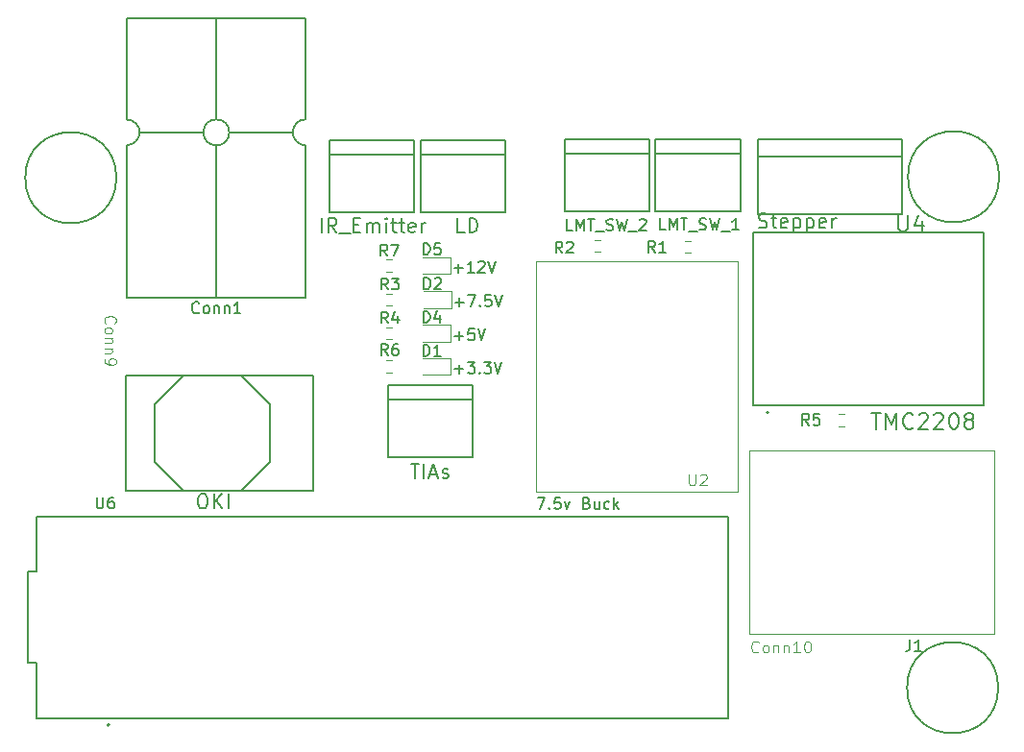
<source format=gbr>
%TF.GenerationSoftware,KiCad,Pcbnew,7.0.7*%
%TF.CreationDate,2023-11-07T19:23:38-06:00*%
%TF.ProjectId,FTIR_Main_Hardware,46544952-5f4d-4616-996e-5f4861726477,rev?*%
%TF.SameCoordinates,Original*%
%TF.FileFunction,Legend,Top*%
%TF.FilePolarity,Positive*%
%FSLAX46Y46*%
G04 Gerber Fmt 4.6, Leading zero omitted, Abs format (unit mm)*
G04 Created by KiCad (PCBNEW 7.0.7) date 2023-11-07 19:23:38*
%MOMM*%
%LPD*%
G01*
G04 APERTURE LIST*
%ADD10C,0.150000*%
%ADD11C,0.100000*%
%ADD12C,0.127000*%
%ADD13C,0.200000*%
%ADD14C,0.120000*%
G04 APERTURE END LIST*
D10*
X138738279Y-76806466D02*
X139500184Y-76806466D01*
X139119231Y-77187419D02*
X139119231Y-76425514D01*
X140452564Y-76187419D02*
X139976374Y-76187419D01*
X139976374Y-76187419D02*
X139928755Y-76663609D01*
X139928755Y-76663609D02*
X139976374Y-76615990D01*
X139976374Y-76615990D02*
X140071612Y-76568371D01*
X140071612Y-76568371D02*
X140309707Y-76568371D01*
X140309707Y-76568371D02*
X140404945Y-76615990D01*
X140404945Y-76615990D02*
X140452564Y-76663609D01*
X140452564Y-76663609D02*
X140500183Y-76758847D01*
X140500183Y-76758847D02*
X140500183Y-76996942D01*
X140500183Y-76996942D02*
X140452564Y-77092180D01*
X140452564Y-77092180D02*
X140404945Y-77139800D01*
X140404945Y-77139800D02*
X140309707Y-77187419D01*
X140309707Y-77187419D02*
X140071612Y-77187419D01*
X140071612Y-77187419D02*
X139976374Y-77139800D01*
X139976374Y-77139800D02*
X139928755Y-77092180D01*
X140785898Y-76187419D02*
X141119231Y-77187419D01*
X141119231Y-77187419D02*
X141452564Y-76187419D01*
X165542188Y-67238700D02*
X165723617Y-67299176D01*
X165723617Y-67299176D02*
X166025998Y-67299176D01*
X166025998Y-67299176D02*
X166146950Y-67238700D01*
X166146950Y-67238700D02*
X166207426Y-67178223D01*
X166207426Y-67178223D02*
X166267903Y-67057271D01*
X166267903Y-67057271D02*
X166267903Y-66936319D01*
X166267903Y-66936319D02*
X166207426Y-66815366D01*
X166207426Y-66815366D02*
X166146950Y-66754890D01*
X166146950Y-66754890D02*
X166025998Y-66694414D01*
X166025998Y-66694414D02*
X165784093Y-66633938D01*
X165784093Y-66633938D02*
X165663141Y-66573461D01*
X165663141Y-66573461D02*
X165602664Y-66512985D01*
X165602664Y-66512985D02*
X165542188Y-66392033D01*
X165542188Y-66392033D02*
X165542188Y-66271080D01*
X165542188Y-66271080D02*
X165602664Y-66150128D01*
X165602664Y-66150128D02*
X165663141Y-66089652D01*
X165663141Y-66089652D02*
X165784093Y-66029176D01*
X165784093Y-66029176D02*
X166086474Y-66029176D01*
X166086474Y-66029176D02*
X166267903Y-66089652D01*
X166630760Y-66452509D02*
X167114569Y-66452509D01*
X166812188Y-66029176D02*
X166812188Y-67117747D01*
X166812188Y-67117747D02*
X166872665Y-67238700D01*
X166872665Y-67238700D02*
X166993617Y-67299176D01*
X166993617Y-67299176D02*
X167114569Y-67299176D01*
X168021712Y-67238700D02*
X167900760Y-67299176D01*
X167900760Y-67299176D02*
X167658855Y-67299176D01*
X167658855Y-67299176D02*
X167537902Y-67238700D01*
X167537902Y-67238700D02*
X167477426Y-67117747D01*
X167477426Y-67117747D02*
X167477426Y-66633938D01*
X167477426Y-66633938D02*
X167537902Y-66512985D01*
X167537902Y-66512985D02*
X167658855Y-66452509D01*
X167658855Y-66452509D02*
X167900760Y-66452509D01*
X167900760Y-66452509D02*
X168021712Y-66512985D01*
X168021712Y-66512985D02*
X168082188Y-66633938D01*
X168082188Y-66633938D02*
X168082188Y-66754890D01*
X168082188Y-66754890D02*
X167477426Y-66875842D01*
X168626473Y-66452509D02*
X168626473Y-67722509D01*
X168626473Y-66512985D02*
X168747426Y-66452509D01*
X168747426Y-66452509D02*
X168989331Y-66452509D01*
X168989331Y-66452509D02*
X169110283Y-66512985D01*
X169110283Y-66512985D02*
X169170759Y-66573461D01*
X169170759Y-66573461D02*
X169231235Y-66694414D01*
X169231235Y-66694414D02*
X169231235Y-67057271D01*
X169231235Y-67057271D02*
X169170759Y-67178223D01*
X169170759Y-67178223D02*
X169110283Y-67238700D01*
X169110283Y-67238700D02*
X168989331Y-67299176D01*
X168989331Y-67299176D02*
X168747426Y-67299176D01*
X168747426Y-67299176D02*
X168626473Y-67238700D01*
X169775521Y-66452509D02*
X169775521Y-67722509D01*
X169775521Y-66512985D02*
X169896474Y-66452509D01*
X169896474Y-66452509D02*
X170138379Y-66452509D01*
X170138379Y-66452509D02*
X170259331Y-66512985D01*
X170259331Y-66512985D02*
X170319807Y-66573461D01*
X170319807Y-66573461D02*
X170380283Y-66694414D01*
X170380283Y-66694414D02*
X170380283Y-67057271D01*
X170380283Y-67057271D02*
X170319807Y-67178223D01*
X170319807Y-67178223D02*
X170259331Y-67238700D01*
X170259331Y-67238700D02*
X170138379Y-67299176D01*
X170138379Y-67299176D02*
X169896474Y-67299176D01*
X169896474Y-67299176D02*
X169775521Y-67238700D01*
X171408379Y-67238700D02*
X171287427Y-67299176D01*
X171287427Y-67299176D02*
X171045522Y-67299176D01*
X171045522Y-67299176D02*
X170924569Y-67238700D01*
X170924569Y-67238700D02*
X170864093Y-67117747D01*
X170864093Y-67117747D02*
X170864093Y-66633938D01*
X170864093Y-66633938D02*
X170924569Y-66512985D01*
X170924569Y-66512985D02*
X171045522Y-66452509D01*
X171045522Y-66452509D02*
X171287427Y-66452509D01*
X171287427Y-66452509D02*
X171408379Y-66512985D01*
X171408379Y-66512985D02*
X171468855Y-66633938D01*
X171468855Y-66633938D02*
X171468855Y-66754890D01*
X171468855Y-66754890D02*
X170864093Y-66875842D01*
X172013140Y-67299176D02*
X172013140Y-66452509D01*
X172013140Y-66694414D02*
X172073617Y-66573461D01*
X172073617Y-66573461D02*
X172134093Y-66512985D01*
X172134093Y-66512985D02*
X172255045Y-66452509D01*
X172255045Y-66452509D02*
X172375998Y-66452509D01*
X146037541Y-91071819D02*
X146704207Y-91071819D01*
X146704207Y-91071819D02*
X146275636Y-92071819D01*
X147085160Y-91976580D02*
X147132779Y-92024200D01*
X147132779Y-92024200D02*
X147085160Y-92071819D01*
X147085160Y-92071819D02*
X147037541Y-92024200D01*
X147037541Y-92024200D02*
X147085160Y-91976580D01*
X147085160Y-91976580D02*
X147085160Y-92071819D01*
X148037540Y-91071819D02*
X147561350Y-91071819D01*
X147561350Y-91071819D02*
X147513731Y-91548009D01*
X147513731Y-91548009D02*
X147561350Y-91500390D01*
X147561350Y-91500390D02*
X147656588Y-91452771D01*
X147656588Y-91452771D02*
X147894683Y-91452771D01*
X147894683Y-91452771D02*
X147989921Y-91500390D01*
X147989921Y-91500390D02*
X148037540Y-91548009D01*
X148037540Y-91548009D02*
X148085159Y-91643247D01*
X148085159Y-91643247D02*
X148085159Y-91881342D01*
X148085159Y-91881342D02*
X148037540Y-91976580D01*
X148037540Y-91976580D02*
X147989921Y-92024200D01*
X147989921Y-92024200D02*
X147894683Y-92071819D01*
X147894683Y-92071819D02*
X147656588Y-92071819D01*
X147656588Y-92071819D02*
X147561350Y-92024200D01*
X147561350Y-92024200D02*
X147513731Y-91976580D01*
X148418493Y-91405152D02*
X148656588Y-92071819D01*
X148656588Y-92071819D02*
X148894683Y-91405152D01*
X150370874Y-91548009D02*
X150513731Y-91595628D01*
X150513731Y-91595628D02*
X150561350Y-91643247D01*
X150561350Y-91643247D02*
X150608969Y-91738485D01*
X150608969Y-91738485D02*
X150608969Y-91881342D01*
X150608969Y-91881342D02*
X150561350Y-91976580D01*
X150561350Y-91976580D02*
X150513731Y-92024200D01*
X150513731Y-92024200D02*
X150418493Y-92071819D01*
X150418493Y-92071819D02*
X150037541Y-92071819D01*
X150037541Y-92071819D02*
X150037541Y-91071819D01*
X150037541Y-91071819D02*
X150370874Y-91071819D01*
X150370874Y-91071819D02*
X150466112Y-91119438D01*
X150466112Y-91119438D02*
X150513731Y-91167057D01*
X150513731Y-91167057D02*
X150561350Y-91262295D01*
X150561350Y-91262295D02*
X150561350Y-91357533D01*
X150561350Y-91357533D02*
X150513731Y-91452771D01*
X150513731Y-91452771D02*
X150466112Y-91500390D01*
X150466112Y-91500390D02*
X150370874Y-91548009D01*
X150370874Y-91548009D02*
X150037541Y-91548009D01*
X151466112Y-91405152D02*
X151466112Y-92071819D01*
X151037541Y-91405152D02*
X151037541Y-91928961D01*
X151037541Y-91928961D02*
X151085160Y-92024200D01*
X151085160Y-92024200D02*
X151180398Y-92071819D01*
X151180398Y-92071819D02*
X151323255Y-92071819D01*
X151323255Y-92071819D02*
X151418493Y-92024200D01*
X151418493Y-92024200D02*
X151466112Y-91976580D01*
X152370874Y-92024200D02*
X152275636Y-92071819D01*
X152275636Y-92071819D02*
X152085160Y-92071819D01*
X152085160Y-92071819D02*
X151989922Y-92024200D01*
X151989922Y-92024200D02*
X151942303Y-91976580D01*
X151942303Y-91976580D02*
X151894684Y-91881342D01*
X151894684Y-91881342D02*
X151894684Y-91595628D01*
X151894684Y-91595628D02*
X151942303Y-91500390D01*
X151942303Y-91500390D02*
X151989922Y-91452771D01*
X151989922Y-91452771D02*
X152085160Y-91405152D01*
X152085160Y-91405152D02*
X152275636Y-91405152D01*
X152275636Y-91405152D02*
X152370874Y-91452771D01*
X152799446Y-92071819D02*
X152799446Y-91071819D01*
X152894684Y-91690866D02*
X153180398Y-92071819D01*
X153180398Y-91405152D02*
X152799446Y-91786104D01*
X138750379Y-79725866D02*
X139512284Y-79725866D01*
X139131331Y-80106819D02*
X139131331Y-79344914D01*
X139893236Y-79106819D02*
X140512283Y-79106819D01*
X140512283Y-79106819D02*
X140178950Y-79487771D01*
X140178950Y-79487771D02*
X140321807Y-79487771D01*
X140321807Y-79487771D02*
X140417045Y-79535390D01*
X140417045Y-79535390D02*
X140464664Y-79583009D01*
X140464664Y-79583009D02*
X140512283Y-79678247D01*
X140512283Y-79678247D02*
X140512283Y-79916342D01*
X140512283Y-79916342D02*
X140464664Y-80011580D01*
X140464664Y-80011580D02*
X140417045Y-80059200D01*
X140417045Y-80059200D02*
X140321807Y-80106819D01*
X140321807Y-80106819D02*
X140036093Y-80106819D01*
X140036093Y-80106819D02*
X139940855Y-80059200D01*
X139940855Y-80059200D02*
X139893236Y-80011580D01*
X140940855Y-80011580D02*
X140988474Y-80059200D01*
X140988474Y-80059200D02*
X140940855Y-80106819D01*
X140940855Y-80106819D02*
X140893236Y-80059200D01*
X140893236Y-80059200D02*
X140940855Y-80011580D01*
X140940855Y-80011580D02*
X140940855Y-80106819D01*
X141321807Y-79106819D02*
X141940854Y-79106819D01*
X141940854Y-79106819D02*
X141607521Y-79487771D01*
X141607521Y-79487771D02*
X141750378Y-79487771D01*
X141750378Y-79487771D02*
X141845616Y-79535390D01*
X141845616Y-79535390D02*
X141893235Y-79583009D01*
X141893235Y-79583009D02*
X141940854Y-79678247D01*
X141940854Y-79678247D02*
X141940854Y-79916342D01*
X141940854Y-79916342D02*
X141893235Y-80011580D01*
X141893235Y-80011580D02*
X141845616Y-80059200D01*
X141845616Y-80059200D02*
X141750378Y-80106819D01*
X141750378Y-80106819D02*
X141464664Y-80106819D01*
X141464664Y-80106819D02*
X141369426Y-80059200D01*
X141369426Y-80059200D02*
X141321807Y-80011580D01*
X142226569Y-79106819D02*
X142559902Y-80106819D01*
X142559902Y-80106819D02*
X142893235Y-79106819D01*
X138792792Y-73827779D02*
X139554697Y-73827779D01*
X139173744Y-74208732D02*
X139173744Y-73446827D01*
X139935649Y-73208732D02*
X140602315Y-73208732D01*
X140602315Y-73208732D02*
X140173744Y-74208732D01*
X140983268Y-74113493D02*
X141030887Y-74161113D01*
X141030887Y-74161113D02*
X140983268Y-74208732D01*
X140983268Y-74208732D02*
X140935649Y-74161113D01*
X140935649Y-74161113D02*
X140983268Y-74113493D01*
X140983268Y-74113493D02*
X140983268Y-74208732D01*
X141935648Y-73208732D02*
X141459458Y-73208732D01*
X141459458Y-73208732D02*
X141411839Y-73684922D01*
X141411839Y-73684922D02*
X141459458Y-73637303D01*
X141459458Y-73637303D02*
X141554696Y-73589684D01*
X141554696Y-73589684D02*
X141792791Y-73589684D01*
X141792791Y-73589684D02*
X141888029Y-73637303D01*
X141888029Y-73637303D02*
X141935648Y-73684922D01*
X141935648Y-73684922D02*
X141983267Y-73780160D01*
X141983267Y-73780160D02*
X141983267Y-74018255D01*
X141983267Y-74018255D02*
X141935648Y-74113493D01*
X141935648Y-74113493D02*
X141888029Y-74161113D01*
X141888029Y-74161113D02*
X141792791Y-74208732D01*
X141792791Y-74208732D02*
X141554696Y-74208732D01*
X141554696Y-74208732D02*
X141459458Y-74161113D01*
X141459458Y-74161113D02*
X141411839Y-74113493D01*
X142268982Y-73208732D02*
X142602315Y-74208732D01*
X142602315Y-74208732D02*
X142935648Y-73208732D01*
X138687479Y-70835866D02*
X139449384Y-70835866D01*
X139068431Y-71216819D02*
X139068431Y-70454914D01*
X140449383Y-71216819D02*
X139877955Y-71216819D01*
X140163669Y-71216819D02*
X140163669Y-70216819D01*
X140163669Y-70216819D02*
X140068431Y-70359676D01*
X140068431Y-70359676D02*
X139973193Y-70454914D01*
X139973193Y-70454914D02*
X139877955Y-70502533D01*
X140830336Y-70312057D02*
X140877955Y-70264438D01*
X140877955Y-70264438D02*
X140973193Y-70216819D01*
X140973193Y-70216819D02*
X141211288Y-70216819D01*
X141211288Y-70216819D02*
X141306526Y-70264438D01*
X141306526Y-70264438D02*
X141354145Y-70312057D01*
X141354145Y-70312057D02*
X141401764Y-70407295D01*
X141401764Y-70407295D02*
X141401764Y-70502533D01*
X141401764Y-70502533D02*
X141354145Y-70645390D01*
X141354145Y-70645390D02*
X140782717Y-71216819D01*
X140782717Y-71216819D02*
X141401764Y-71216819D01*
X141687479Y-70216819D02*
X142020812Y-71216819D01*
X142020812Y-71216819D02*
X142354145Y-70216819D01*
X127003024Y-67686526D02*
X127003024Y-66416526D01*
X128333501Y-67686526D02*
X127910167Y-67081764D01*
X127607786Y-67686526D02*
X127607786Y-66416526D01*
X127607786Y-66416526D02*
X128091596Y-66416526D01*
X128091596Y-66416526D02*
X128212548Y-66477002D01*
X128212548Y-66477002D02*
X128273025Y-66537478D01*
X128273025Y-66537478D02*
X128333501Y-66658430D01*
X128333501Y-66658430D02*
X128333501Y-66839859D01*
X128333501Y-66839859D02*
X128273025Y-66960811D01*
X128273025Y-66960811D02*
X128212548Y-67021288D01*
X128212548Y-67021288D02*
X128091596Y-67081764D01*
X128091596Y-67081764D02*
X127607786Y-67081764D01*
X128575406Y-67807478D02*
X129543025Y-67807478D01*
X129845405Y-67021288D02*
X130268739Y-67021288D01*
X130450167Y-67686526D02*
X129845405Y-67686526D01*
X129845405Y-67686526D02*
X129845405Y-66416526D01*
X129845405Y-66416526D02*
X130450167Y-66416526D01*
X130994453Y-67686526D02*
X130994453Y-66839859D01*
X130994453Y-66960811D02*
X131054930Y-66900335D01*
X131054930Y-66900335D02*
X131175882Y-66839859D01*
X131175882Y-66839859D02*
X131357311Y-66839859D01*
X131357311Y-66839859D02*
X131478263Y-66900335D01*
X131478263Y-66900335D02*
X131538739Y-67021288D01*
X131538739Y-67021288D02*
X131538739Y-67686526D01*
X131538739Y-67021288D02*
X131599215Y-66900335D01*
X131599215Y-66900335D02*
X131720168Y-66839859D01*
X131720168Y-66839859D02*
X131901596Y-66839859D01*
X131901596Y-66839859D02*
X132022549Y-66900335D01*
X132022549Y-66900335D02*
X132083025Y-67021288D01*
X132083025Y-67021288D02*
X132083025Y-67686526D01*
X132687786Y-67686526D02*
X132687786Y-66839859D01*
X132687786Y-66416526D02*
X132627310Y-66477002D01*
X132627310Y-66477002D02*
X132687786Y-66537478D01*
X132687786Y-66537478D02*
X132748263Y-66477002D01*
X132748263Y-66477002D02*
X132687786Y-66416526D01*
X132687786Y-66416526D02*
X132687786Y-66537478D01*
X133111120Y-66839859D02*
X133594929Y-66839859D01*
X133292548Y-66416526D02*
X133292548Y-67505097D01*
X133292548Y-67505097D02*
X133353025Y-67626050D01*
X133353025Y-67626050D02*
X133473977Y-67686526D01*
X133473977Y-67686526D02*
X133594929Y-67686526D01*
X133836834Y-66839859D02*
X134320643Y-66839859D01*
X134018262Y-66416526D02*
X134018262Y-67505097D01*
X134018262Y-67505097D02*
X134078739Y-67626050D01*
X134078739Y-67626050D02*
X134199691Y-67686526D01*
X134199691Y-67686526D02*
X134320643Y-67686526D01*
X135227786Y-67626050D02*
X135106834Y-67686526D01*
X135106834Y-67686526D02*
X134864929Y-67686526D01*
X134864929Y-67686526D02*
X134743976Y-67626050D01*
X134743976Y-67626050D02*
X134683500Y-67505097D01*
X134683500Y-67505097D02*
X134683500Y-67021288D01*
X134683500Y-67021288D02*
X134743976Y-66900335D01*
X134743976Y-66900335D02*
X134864929Y-66839859D01*
X134864929Y-66839859D02*
X135106834Y-66839859D01*
X135106834Y-66839859D02*
X135227786Y-66900335D01*
X135227786Y-66900335D02*
X135288262Y-67021288D01*
X135288262Y-67021288D02*
X135288262Y-67142240D01*
X135288262Y-67142240D02*
X134683500Y-67263192D01*
X135832547Y-67686526D02*
X135832547Y-66839859D01*
X135832547Y-67081764D02*
X135893024Y-66960811D01*
X135893024Y-66960811D02*
X135953500Y-66900335D01*
X135953500Y-66900335D02*
X136074452Y-66839859D01*
X136074452Y-66839859D02*
X136195405Y-66839859D01*
X177850933Y-66194266D02*
X177850933Y-67327600D01*
X177850933Y-67327600D02*
X177917600Y-67460933D01*
X177917600Y-67460933D02*
X177984266Y-67527600D01*
X177984266Y-67527600D02*
X178117600Y-67594266D01*
X178117600Y-67594266D02*
X178384266Y-67594266D01*
X178384266Y-67594266D02*
X178517600Y-67527600D01*
X178517600Y-67527600D02*
X178584266Y-67460933D01*
X178584266Y-67460933D02*
X178650933Y-67327600D01*
X178650933Y-67327600D02*
X178650933Y-66194266D01*
X179917600Y-66660933D02*
X179917600Y-67594266D01*
X179584267Y-66127600D02*
X179250933Y-67127600D01*
X179250933Y-67127600D02*
X180117600Y-67127600D01*
X175468534Y-83618666D02*
X176268534Y-83618666D01*
X175868534Y-85018666D02*
X175868534Y-83618666D01*
X176735201Y-85018666D02*
X176735201Y-83618666D01*
X176735201Y-83618666D02*
X177201868Y-84618666D01*
X177201868Y-84618666D02*
X177668534Y-83618666D01*
X177668534Y-83618666D02*
X177668534Y-85018666D01*
X179135201Y-84885333D02*
X179068534Y-84952000D01*
X179068534Y-84952000D02*
X178868534Y-85018666D01*
X178868534Y-85018666D02*
X178735201Y-85018666D01*
X178735201Y-85018666D02*
X178535201Y-84952000D01*
X178535201Y-84952000D02*
X178401868Y-84818666D01*
X178401868Y-84818666D02*
X178335201Y-84685333D01*
X178335201Y-84685333D02*
X178268534Y-84418666D01*
X178268534Y-84418666D02*
X178268534Y-84218666D01*
X178268534Y-84218666D02*
X178335201Y-83952000D01*
X178335201Y-83952000D02*
X178401868Y-83818666D01*
X178401868Y-83818666D02*
X178535201Y-83685333D01*
X178535201Y-83685333D02*
X178735201Y-83618666D01*
X178735201Y-83618666D02*
X178868534Y-83618666D01*
X178868534Y-83618666D02*
X179068534Y-83685333D01*
X179068534Y-83685333D02*
X179135201Y-83752000D01*
X179668534Y-83752000D02*
X179735201Y-83685333D01*
X179735201Y-83685333D02*
X179868534Y-83618666D01*
X179868534Y-83618666D02*
X180201868Y-83618666D01*
X180201868Y-83618666D02*
X180335201Y-83685333D01*
X180335201Y-83685333D02*
X180401868Y-83752000D01*
X180401868Y-83752000D02*
X180468534Y-83885333D01*
X180468534Y-83885333D02*
X180468534Y-84018666D01*
X180468534Y-84018666D02*
X180401868Y-84218666D01*
X180401868Y-84218666D02*
X179601868Y-85018666D01*
X179601868Y-85018666D02*
X180468534Y-85018666D01*
X181001867Y-83752000D02*
X181068534Y-83685333D01*
X181068534Y-83685333D02*
X181201867Y-83618666D01*
X181201867Y-83618666D02*
X181535201Y-83618666D01*
X181535201Y-83618666D02*
X181668534Y-83685333D01*
X181668534Y-83685333D02*
X181735201Y-83752000D01*
X181735201Y-83752000D02*
X181801867Y-83885333D01*
X181801867Y-83885333D02*
X181801867Y-84018666D01*
X181801867Y-84018666D02*
X181735201Y-84218666D01*
X181735201Y-84218666D02*
X180935201Y-85018666D01*
X180935201Y-85018666D02*
X181801867Y-85018666D01*
X182668534Y-83618666D02*
X182801867Y-83618666D01*
X182801867Y-83618666D02*
X182935200Y-83685333D01*
X182935200Y-83685333D02*
X183001867Y-83752000D01*
X183001867Y-83752000D02*
X183068534Y-83885333D01*
X183068534Y-83885333D02*
X183135200Y-84152000D01*
X183135200Y-84152000D02*
X183135200Y-84485333D01*
X183135200Y-84485333D02*
X183068534Y-84752000D01*
X183068534Y-84752000D02*
X183001867Y-84885333D01*
X183001867Y-84885333D02*
X182935200Y-84952000D01*
X182935200Y-84952000D02*
X182801867Y-85018666D01*
X182801867Y-85018666D02*
X182668534Y-85018666D01*
X182668534Y-85018666D02*
X182535200Y-84952000D01*
X182535200Y-84952000D02*
X182468534Y-84885333D01*
X182468534Y-84885333D02*
X182401867Y-84752000D01*
X182401867Y-84752000D02*
X182335200Y-84485333D01*
X182335200Y-84485333D02*
X182335200Y-84152000D01*
X182335200Y-84152000D02*
X182401867Y-83885333D01*
X182401867Y-83885333D02*
X182468534Y-83752000D01*
X182468534Y-83752000D02*
X182535200Y-83685333D01*
X182535200Y-83685333D02*
X182668534Y-83618666D01*
X183935200Y-84218666D02*
X183801867Y-84152000D01*
X183801867Y-84152000D02*
X183735200Y-84085333D01*
X183735200Y-84085333D02*
X183668533Y-83952000D01*
X183668533Y-83952000D02*
X183668533Y-83885333D01*
X183668533Y-83885333D02*
X183735200Y-83752000D01*
X183735200Y-83752000D02*
X183801867Y-83685333D01*
X183801867Y-83685333D02*
X183935200Y-83618666D01*
X183935200Y-83618666D02*
X184201867Y-83618666D01*
X184201867Y-83618666D02*
X184335200Y-83685333D01*
X184335200Y-83685333D02*
X184401867Y-83752000D01*
X184401867Y-83752000D02*
X184468533Y-83885333D01*
X184468533Y-83885333D02*
X184468533Y-83952000D01*
X184468533Y-83952000D02*
X184401867Y-84085333D01*
X184401867Y-84085333D02*
X184335200Y-84152000D01*
X184335200Y-84152000D02*
X184201867Y-84218666D01*
X184201867Y-84218666D02*
X183935200Y-84218666D01*
X183935200Y-84218666D02*
X183801867Y-84285333D01*
X183801867Y-84285333D02*
X183735200Y-84352000D01*
X183735200Y-84352000D02*
X183668533Y-84485333D01*
X183668533Y-84485333D02*
X183668533Y-84752000D01*
X183668533Y-84752000D02*
X183735200Y-84885333D01*
X183735200Y-84885333D02*
X183801867Y-84952000D01*
X183801867Y-84952000D02*
X183935200Y-85018666D01*
X183935200Y-85018666D02*
X184201867Y-85018666D01*
X184201867Y-85018666D02*
X184335200Y-84952000D01*
X184335200Y-84952000D02*
X184401867Y-84885333D01*
X184401867Y-84885333D02*
X184468533Y-84752000D01*
X184468533Y-84752000D02*
X184468533Y-84485333D01*
X184468533Y-84485333D02*
X184401867Y-84352000D01*
X184401867Y-84352000D02*
X184335200Y-84285333D01*
X184335200Y-84285333D02*
X184201867Y-84218666D01*
X178863666Y-103594819D02*
X178863666Y-104309104D01*
X178863666Y-104309104D02*
X178816047Y-104451961D01*
X178816047Y-104451961D02*
X178720809Y-104547200D01*
X178720809Y-104547200D02*
X178577952Y-104594819D01*
X178577952Y-104594819D02*
X178482714Y-104594819D01*
X179863666Y-104594819D02*
X179292238Y-104594819D01*
X179577952Y-104594819D02*
X179577952Y-103594819D01*
X179577952Y-103594819D02*
X179482714Y-103737676D01*
X179482714Y-103737676D02*
X179387476Y-103832914D01*
X179387476Y-103832914D02*
X179292238Y-103880533D01*
X136037805Y-72692419D02*
X136037805Y-71692419D01*
X136037805Y-71692419D02*
X136275900Y-71692419D01*
X136275900Y-71692419D02*
X136418757Y-71740038D01*
X136418757Y-71740038D02*
X136513995Y-71835276D01*
X136513995Y-71835276D02*
X136561614Y-71930514D01*
X136561614Y-71930514D02*
X136609233Y-72120990D01*
X136609233Y-72120990D02*
X136609233Y-72263847D01*
X136609233Y-72263847D02*
X136561614Y-72454323D01*
X136561614Y-72454323D02*
X136513995Y-72549561D01*
X136513995Y-72549561D02*
X136418757Y-72644800D01*
X136418757Y-72644800D02*
X136275900Y-72692419D01*
X136275900Y-72692419D02*
X136037805Y-72692419D01*
X136990186Y-71787657D02*
X137037805Y-71740038D01*
X137037805Y-71740038D02*
X137133043Y-71692419D01*
X137133043Y-71692419D02*
X137371138Y-71692419D01*
X137371138Y-71692419D02*
X137466376Y-71740038D01*
X137466376Y-71740038D02*
X137513995Y-71787657D01*
X137513995Y-71787657D02*
X137561614Y-71882895D01*
X137561614Y-71882895D02*
X137561614Y-71978133D01*
X137561614Y-71978133D02*
X137513995Y-72120990D01*
X137513995Y-72120990D02*
X136942567Y-72692419D01*
X136942567Y-72692419D02*
X137561614Y-72692419D01*
X107188095Y-91027106D02*
X107188095Y-91836629D01*
X107188095Y-91836629D02*
X107235714Y-91931867D01*
X107235714Y-91931867D02*
X107283333Y-91979487D01*
X107283333Y-91979487D02*
X107378571Y-92027106D01*
X107378571Y-92027106D02*
X107569047Y-92027106D01*
X107569047Y-92027106D02*
X107664285Y-91979487D01*
X107664285Y-91979487D02*
X107711904Y-91931867D01*
X107711904Y-91931867D02*
X107759523Y-91836629D01*
X107759523Y-91836629D02*
X107759523Y-91027106D01*
X108664285Y-91027106D02*
X108473809Y-91027106D01*
X108473809Y-91027106D02*
X108378571Y-91074725D01*
X108378571Y-91074725D02*
X108330952Y-91122344D01*
X108330952Y-91122344D02*
X108235714Y-91265201D01*
X108235714Y-91265201D02*
X108188095Y-91455677D01*
X108188095Y-91455677D02*
X108188095Y-91836629D01*
X108188095Y-91836629D02*
X108235714Y-91931867D01*
X108235714Y-91931867D02*
X108283333Y-91979487D01*
X108283333Y-91979487D02*
X108378571Y-92027106D01*
X108378571Y-92027106D02*
X108569047Y-92027106D01*
X108569047Y-92027106D02*
X108664285Y-91979487D01*
X108664285Y-91979487D02*
X108711904Y-91931867D01*
X108711904Y-91931867D02*
X108759523Y-91836629D01*
X108759523Y-91836629D02*
X108759523Y-91598534D01*
X108759523Y-91598534D02*
X108711904Y-91503296D01*
X108711904Y-91503296D02*
X108664285Y-91455677D01*
X108664285Y-91455677D02*
X108569047Y-91408058D01*
X108569047Y-91408058D02*
X108378571Y-91408058D01*
X108378571Y-91408058D02*
X108283333Y-91455677D01*
X108283333Y-91455677D02*
X108235714Y-91503296D01*
X108235714Y-91503296D02*
X108188095Y-91598534D01*
X116416666Y-90749726D02*
X116658571Y-90749726D01*
X116658571Y-90749726D02*
X116779523Y-90810202D01*
X116779523Y-90810202D02*
X116900476Y-90931154D01*
X116900476Y-90931154D02*
X116960952Y-91173059D01*
X116960952Y-91173059D02*
X116960952Y-91596392D01*
X116960952Y-91596392D02*
X116900476Y-91838297D01*
X116900476Y-91838297D02*
X116779523Y-91959250D01*
X116779523Y-91959250D02*
X116658571Y-92019726D01*
X116658571Y-92019726D02*
X116416666Y-92019726D01*
X116416666Y-92019726D02*
X116295714Y-91959250D01*
X116295714Y-91959250D02*
X116174761Y-91838297D01*
X116174761Y-91838297D02*
X116114285Y-91596392D01*
X116114285Y-91596392D02*
X116114285Y-91173059D01*
X116114285Y-91173059D02*
X116174761Y-90931154D01*
X116174761Y-90931154D02*
X116295714Y-90810202D01*
X116295714Y-90810202D02*
X116416666Y-90749726D01*
X117505237Y-92019726D02*
X117505237Y-90749726D01*
X118230952Y-92019726D02*
X117686666Y-91294011D01*
X118230952Y-90749726D02*
X117505237Y-91475440D01*
X118775237Y-92019726D02*
X118775237Y-90749726D01*
X116205190Y-74722067D02*
X116157571Y-74769687D01*
X116157571Y-74769687D02*
X116014714Y-74817306D01*
X116014714Y-74817306D02*
X115919476Y-74817306D01*
X115919476Y-74817306D02*
X115776619Y-74769687D01*
X115776619Y-74769687D02*
X115681381Y-74674448D01*
X115681381Y-74674448D02*
X115633762Y-74579210D01*
X115633762Y-74579210D02*
X115586143Y-74388734D01*
X115586143Y-74388734D02*
X115586143Y-74245877D01*
X115586143Y-74245877D02*
X115633762Y-74055401D01*
X115633762Y-74055401D02*
X115681381Y-73960163D01*
X115681381Y-73960163D02*
X115776619Y-73864925D01*
X115776619Y-73864925D02*
X115919476Y-73817306D01*
X115919476Y-73817306D02*
X116014714Y-73817306D01*
X116014714Y-73817306D02*
X116157571Y-73864925D01*
X116157571Y-73864925D02*
X116205190Y-73912544D01*
X116776619Y-74817306D02*
X116681381Y-74769687D01*
X116681381Y-74769687D02*
X116633762Y-74722067D01*
X116633762Y-74722067D02*
X116586143Y-74626829D01*
X116586143Y-74626829D02*
X116586143Y-74341115D01*
X116586143Y-74341115D02*
X116633762Y-74245877D01*
X116633762Y-74245877D02*
X116681381Y-74198258D01*
X116681381Y-74198258D02*
X116776619Y-74150639D01*
X116776619Y-74150639D02*
X116919476Y-74150639D01*
X116919476Y-74150639D02*
X117014714Y-74198258D01*
X117014714Y-74198258D02*
X117062333Y-74245877D01*
X117062333Y-74245877D02*
X117109952Y-74341115D01*
X117109952Y-74341115D02*
X117109952Y-74626829D01*
X117109952Y-74626829D02*
X117062333Y-74722067D01*
X117062333Y-74722067D02*
X117014714Y-74769687D01*
X117014714Y-74769687D02*
X116919476Y-74817306D01*
X116919476Y-74817306D02*
X116776619Y-74817306D01*
X117538524Y-74150639D02*
X117538524Y-74817306D01*
X117538524Y-74245877D02*
X117586143Y-74198258D01*
X117586143Y-74198258D02*
X117681381Y-74150639D01*
X117681381Y-74150639D02*
X117824238Y-74150639D01*
X117824238Y-74150639D02*
X117919476Y-74198258D01*
X117919476Y-74198258D02*
X117967095Y-74293496D01*
X117967095Y-74293496D02*
X117967095Y-74817306D01*
X118443286Y-74150639D02*
X118443286Y-74817306D01*
X118443286Y-74245877D02*
X118490905Y-74198258D01*
X118490905Y-74198258D02*
X118586143Y-74150639D01*
X118586143Y-74150639D02*
X118729000Y-74150639D01*
X118729000Y-74150639D02*
X118824238Y-74198258D01*
X118824238Y-74198258D02*
X118871857Y-74293496D01*
X118871857Y-74293496D02*
X118871857Y-74817306D01*
X119871857Y-74817306D02*
X119300429Y-74817306D01*
X119586143Y-74817306D02*
X119586143Y-73817306D01*
X119586143Y-73817306D02*
X119490905Y-73960163D01*
X119490905Y-73960163D02*
X119395667Y-74055401D01*
X119395667Y-74055401D02*
X119300429Y-74103020D01*
X169962533Y-84681219D02*
X169629200Y-84205028D01*
X169391105Y-84681219D02*
X169391105Y-83681219D01*
X169391105Y-83681219D02*
X169772057Y-83681219D01*
X169772057Y-83681219D02*
X169867295Y-83728838D01*
X169867295Y-83728838D02*
X169914914Y-83776457D01*
X169914914Y-83776457D02*
X169962533Y-83871695D01*
X169962533Y-83871695D02*
X169962533Y-84014552D01*
X169962533Y-84014552D02*
X169914914Y-84109790D01*
X169914914Y-84109790D02*
X169867295Y-84157409D01*
X169867295Y-84157409D02*
X169772057Y-84205028D01*
X169772057Y-84205028D02*
X169391105Y-84205028D01*
X170867295Y-83681219D02*
X170391105Y-83681219D01*
X170391105Y-83681219D02*
X170343486Y-84157409D01*
X170343486Y-84157409D02*
X170391105Y-84109790D01*
X170391105Y-84109790D02*
X170486343Y-84062171D01*
X170486343Y-84062171D02*
X170724438Y-84062171D01*
X170724438Y-84062171D02*
X170819676Y-84109790D01*
X170819676Y-84109790D02*
X170867295Y-84157409D01*
X170867295Y-84157409D02*
X170914914Y-84252647D01*
X170914914Y-84252647D02*
X170914914Y-84490742D01*
X170914914Y-84490742D02*
X170867295Y-84585980D01*
X170867295Y-84585980D02*
X170819676Y-84633600D01*
X170819676Y-84633600D02*
X170724438Y-84681219D01*
X170724438Y-84681219D02*
X170486343Y-84681219D01*
X170486343Y-84681219D02*
X170391105Y-84633600D01*
X170391105Y-84633600D02*
X170343486Y-84585980D01*
X135987005Y-69644419D02*
X135987005Y-68644419D01*
X135987005Y-68644419D02*
X136225100Y-68644419D01*
X136225100Y-68644419D02*
X136367957Y-68692038D01*
X136367957Y-68692038D02*
X136463195Y-68787276D01*
X136463195Y-68787276D02*
X136510814Y-68882514D01*
X136510814Y-68882514D02*
X136558433Y-69072990D01*
X136558433Y-69072990D02*
X136558433Y-69215847D01*
X136558433Y-69215847D02*
X136510814Y-69406323D01*
X136510814Y-69406323D02*
X136463195Y-69501561D01*
X136463195Y-69501561D02*
X136367957Y-69596800D01*
X136367957Y-69596800D02*
X136225100Y-69644419D01*
X136225100Y-69644419D02*
X135987005Y-69644419D01*
X137463195Y-68644419D02*
X136987005Y-68644419D01*
X136987005Y-68644419D02*
X136939386Y-69120609D01*
X136939386Y-69120609D02*
X136987005Y-69072990D01*
X136987005Y-69072990D02*
X137082243Y-69025371D01*
X137082243Y-69025371D02*
X137320338Y-69025371D01*
X137320338Y-69025371D02*
X137415576Y-69072990D01*
X137415576Y-69072990D02*
X137463195Y-69120609D01*
X137463195Y-69120609D02*
X137510814Y-69215847D01*
X137510814Y-69215847D02*
X137510814Y-69453942D01*
X137510814Y-69453942D02*
X137463195Y-69549180D01*
X137463195Y-69549180D02*
X137415576Y-69596800D01*
X137415576Y-69596800D02*
X137320338Y-69644419D01*
X137320338Y-69644419D02*
X137082243Y-69644419D01*
X137082243Y-69644419D02*
X136987005Y-69596800D01*
X136987005Y-69596800D02*
X136939386Y-69549180D01*
X132855033Y-75684332D02*
X132521700Y-75208141D01*
X132283605Y-75684332D02*
X132283605Y-74684332D01*
X132283605Y-74684332D02*
X132664557Y-74684332D01*
X132664557Y-74684332D02*
X132759795Y-74731951D01*
X132759795Y-74731951D02*
X132807414Y-74779570D01*
X132807414Y-74779570D02*
X132855033Y-74874808D01*
X132855033Y-74874808D02*
X132855033Y-75017665D01*
X132855033Y-75017665D02*
X132807414Y-75112903D01*
X132807414Y-75112903D02*
X132759795Y-75160522D01*
X132759795Y-75160522D02*
X132664557Y-75208141D01*
X132664557Y-75208141D02*
X132283605Y-75208141D01*
X133712176Y-75017665D02*
X133712176Y-75684332D01*
X133474081Y-74636713D02*
X133235986Y-75350998D01*
X133235986Y-75350998D02*
X133855033Y-75350998D01*
X132827733Y-78526819D02*
X132494400Y-78050628D01*
X132256305Y-78526819D02*
X132256305Y-77526819D01*
X132256305Y-77526819D02*
X132637257Y-77526819D01*
X132637257Y-77526819D02*
X132732495Y-77574438D01*
X132732495Y-77574438D02*
X132780114Y-77622057D01*
X132780114Y-77622057D02*
X132827733Y-77717295D01*
X132827733Y-77717295D02*
X132827733Y-77860152D01*
X132827733Y-77860152D02*
X132780114Y-77955390D01*
X132780114Y-77955390D02*
X132732495Y-78003009D01*
X132732495Y-78003009D02*
X132637257Y-78050628D01*
X132637257Y-78050628D02*
X132256305Y-78050628D01*
X133684876Y-77526819D02*
X133494400Y-77526819D01*
X133494400Y-77526819D02*
X133399162Y-77574438D01*
X133399162Y-77574438D02*
X133351543Y-77622057D01*
X133351543Y-77622057D02*
X133256305Y-77764914D01*
X133256305Y-77764914D02*
X133208686Y-77955390D01*
X133208686Y-77955390D02*
X133208686Y-78336342D01*
X133208686Y-78336342D02*
X133256305Y-78431580D01*
X133256305Y-78431580D02*
X133303924Y-78479200D01*
X133303924Y-78479200D02*
X133399162Y-78526819D01*
X133399162Y-78526819D02*
X133589638Y-78526819D01*
X133589638Y-78526819D02*
X133684876Y-78479200D01*
X133684876Y-78479200D02*
X133732495Y-78431580D01*
X133732495Y-78431580D02*
X133780114Y-78336342D01*
X133780114Y-78336342D02*
X133780114Y-78098247D01*
X133780114Y-78098247D02*
X133732495Y-78003009D01*
X133732495Y-78003009D02*
X133684876Y-77955390D01*
X133684876Y-77955390D02*
X133589638Y-77907771D01*
X133589638Y-77907771D02*
X133399162Y-77907771D01*
X133399162Y-77907771D02*
X133303924Y-77955390D01*
X133303924Y-77955390D02*
X133256305Y-78003009D01*
X133256305Y-78003009D02*
X133208686Y-78098247D01*
D11*
X165512999Y-104629180D02*
X165465380Y-104676800D01*
X165465380Y-104676800D02*
X165322523Y-104724419D01*
X165322523Y-104724419D02*
X165227285Y-104724419D01*
X165227285Y-104724419D02*
X165084428Y-104676800D01*
X165084428Y-104676800D02*
X164989190Y-104581561D01*
X164989190Y-104581561D02*
X164941571Y-104486323D01*
X164941571Y-104486323D02*
X164893952Y-104295847D01*
X164893952Y-104295847D02*
X164893952Y-104152990D01*
X164893952Y-104152990D02*
X164941571Y-103962514D01*
X164941571Y-103962514D02*
X164989190Y-103867276D01*
X164989190Y-103867276D02*
X165084428Y-103772038D01*
X165084428Y-103772038D02*
X165227285Y-103724419D01*
X165227285Y-103724419D02*
X165322523Y-103724419D01*
X165322523Y-103724419D02*
X165465380Y-103772038D01*
X165465380Y-103772038D02*
X165512999Y-103819657D01*
X166084428Y-104724419D02*
X165989190Y-104676800D01*
X165989190Y-104676800D02*
X165941571Y-104629180D01*
X165941571Y-104629180D02*
X165893952Y-104533942D01*
X165893952Y-104533942D02*
X165893952Y-104248228D01*
X165893952Y-104248228D02*
X165941571Y-104152990D01*
X165941571Y-104152990D02*
X165989190Y-104105371D01*
X165989190Y-104105371D02*
X166084428Y-104057752D01*
X166084428Y-104057752D02*
X166227285Y-104057752D01*
X166227285Y-104057752D02*
X166322523Y-104105371D01*
X166322523Y-104105371D02*
X166370142Y-104152990D01*
X166370142Y-104152990D02*
X166417761Y-104248228D01*
X166417761Y-104248228D02*
X166417761Y-104533942D01*
X166417761Y-104533942D02*
X166370142Y-104629180D01*
X166370142Y-104629180D02*
X166322523Y-104676800D01*
X166322523Y-104676800D02*
X166227285Y-104724419D01*
X166227285Y-104724419D02*
X166084428Y-104724419D01*
X166846333Y-104057752D02*
X166846333Y-104724419D01*
X166846333Y-104152990D02*
X166893952Y-104105371D01*
X166893952Y-104105371D02*
X166989190Y-104057752D01*
X166989190Y-104057752D02*
X167132047Y-104057752D01*
X167132047Y-104057752D02*
X167227285Y-104105371D01*
X167227285Y-104105371D02*
X167274904Y-104200609D01*
X167274904Y-104200609D02*
X167274904Y-104724419D01*
X167751095Y-104057752D02*
X167751095Y-104724419D01*
X167751095Y-104152990D02*
X167798714Y-104105371D01*
X167798714Y-104105371D02*
X167893952Y-104057752D01*
X167893952Y-104057752D02*
X168036809Y-104057752D01*
X168036809Y-104057752D02*
X168132047Y-104105371D01*
X168132047Y-104105371D02*
X168179666Y-104200609D01*
X168179666Y-104200609D02*
X168179666Y-104724419D01*
X169179666Y-104724419D02*
X168608238Y-104724419D01*
X168893952Y-104724419D02*
X168893952Y-103724419D01*
X168893952Y-103724419D02*
X168798714Y-103867276D01*
X168798714Y-103867276D02*
X168703476Y-103962514D01*
X168703476Y-103962514D02*
X168608238Y-104010133D01*
X169798714Y-103724419D02*
X169893952Y-103724419D01*
X169893952Y-103724419D02*
X169989190Y-103772038D01*
X169989190Y-103772038D02*
X170036809Y-103819657D01*
X170036809Y-103819657D02*
X170084428Y-103914895D01*
X170084428Y-103914895D02*
X170132047Y-104105371D01*
X170132047Y-104105371D02*
X170132047Y-104343466D01*
X170132047Y-104343466D02*
X170084428Y-104533942D01*
X170084428Y-104533942D02*
X170036809Y-104629180D01*
X170036809Y-104629180D02*
X169989190Y-104676800D01*
X169989190Y-104676800D02*
X169893952Y-104724419D01*
X169893952Y-104724419D02*
X169798714Y-104724419D01*
X169798714Y-104724419D02*
X169703476Y-104676800D01*
X169703476Y-104676800D02*
X169655857Y-104629180D01*
X169655857Y-104629180D02*
X169608238Y-104533942D01*
X169608238Y-104533942D02*
X169560619Y-104343466D01*
X169560619Y-104343466D02*
X169560619Y-104105371D01*
X169560619Y-104105371D02*
X169608238Y-103914895D01*
X169608238Y-103914895D02*
X169655857Y-103819657D01*
X169655857Y-103819657D02*
X169703476Y-103772038D01*
X169703476Y-103772038D02*
X169798714Y-103724419D01*
D10*
X148220133Y-69492019D02*
X147886800Y-69015828D01*
X147648705Y-69492019D02*
X147648705Y-68492019D01*
X147648705Y-68492019D02*
X148029657Y-68492019D01*
X148029657Y-68492019D02*
X148124895Y-68539638D01*
X148124895Y-68539638D02*
X148172514Y-68587257D01*
X148172514Y-68587257D02*
X148220133Y-68682495D01*
X148220133Y-68682495D02*
X148220133Y-68825352D01*
X148220133Y-68825352D02*
X148172514Y-68920590D01*
X148172514Y-68920590D02*
X148124895Y-68968209D01*
X148124895Y-68968209D02*
X148029657Y-69015828D01*
X148029657Y-69015828D02*
X147648705Y-69015828D01*
X148601086Y-68587257D02*
X148648705Y-68539638D01*
X148648705Y-68539638D02*
X148743943Y-68492019D01*
X148743943Y-68492019D02*
X148982038Y-68492019D01*
X148982038Y-68492019D02*
X149077276Y-68539638D01*
X149077276Y-68539638D02*
X149124895Y-68587257D01*
X149124895Y-68587257D02*
X149172514Y-68682495D01*
X149172514Y-68682495D02*
X149172514Y-68777733D01*
X149172514Y-68777733D02*
X149124895Y-68920590D01*
X149124895Y-68920590D02*
X148553467Y-69492019D01*
X148553467Y-69492019D02*
X149172514Y-69492019D01*
X157298572Y-67467420D02*
X156814762Y-67467420D01*
X156814762Y-67467420D02*
X156814762Y-66451420D01*
X157637238Y-67467420D02*
X157637238Y-66451420D01*
X157637238Y-66451420D02*
X157975905Y-67177135D01*
X157975905Y-67177135D02*
X158314572Y-66451420D01*
X158314572Y-66451420D02*
X158314572Y-67467420D01*
X158653238Y-66451420D02*
X159233810Y-66451420D01*
X158943524Y-67467420D02*
X158943524Y-66451420D01*
X159330572Y-67564182D02*
X160104667Y-67564182D01*
X160298190Y-67419040D02*
X160443333Y-67467420D01*
X160443333Y-67467420D02*
X160685238Y-67467420D01*
X160685238Y-67467420D02*
X160782000Y-67419040D01*
X160782000Y-67419040D02*
X160830381Y-67370659D01*
X160830381Y-67370659D02*
X160878762Y-67273897D01*
X160878762Y-67273897D02*
X160878762Y-67177135D01*
X160878762Y-67177135D02*
X160830381Y-67080373D01*
X160830381Y-67080373D02*
X160782000Y-67031992D01*
X160782000Y-67031992D02*
X160685238Y-66983611D01*
X160685238Y-66983611D02*
X160491714Y-66935230D01*
X160491714Y-66935230D02*
X160394952Y-66886849D01*
X160394952Y-66886849D02*
X160346571Y-66838468D01*
X160346571Y-66838468D02*
X160298190Y-66741706D01*
X160298190Y-66741706D02*
X160298190Y-66644944D01*
X160298190Y-66644944D02*
X160346571Y-66548182D01*
X160346571Y-66548182D02*
X160394952Y-66499801D01*
X160394952Y-66499801D02*
X160491714Y-66451420D01*
X160491714Y-66451420D02*
X160733619Y-66451420D01*
X160733619Y-66451420D02*
X160878762Y-66499801D01*
X161217428Y-66451420D02*
X161459333Y-67467420D01*
X161459333Y-67467420D02*
X161652857Y-66741706D01*
X161652857Y-66741706D02*
X161846381Y-67467420D01*
X161846381Y-67467420D02*
X162088286Y-66451420D01*
X162233429Y-67564182D02*
X163007524Y-67564182D01*
X163781619Y-67467420D02*
X163201047Y-67467420D01*
X163491333Y-67467420D02*
X163491333Y-66451420D01*
X163491333Y-66451420D02*
X163394571Y-66596563D01*
X163394571Y-66596563D02*
X163297809Y-66693325D01*
X163297809Y-66693325D02*
X163201047Y-66741706D01*
X132858746Y-72723932D02*
X132525413Y-72247741D01*
X132287318Y-72723932D02*
X132287318Y-71723932D01*
X132287318Y-71723932D02*
X132668270Y-71723932D01*
X132668270Y-71723932D02*
X132763508Y-71771551D01*
X132763508Y-71771551D02*
X132811127Y-71819170D01*
X132811127Y-71819170D02*
X132858746Y-71914408D01*
X132858746Y-71914408D02*
X132858746Y-72057265D01*
X132858746Y-72057265D02*
X132811127Y-72152503D01*
X132811127Y-72152503D02*
X132763508Y-72200122D01*
X132763508Y-72200122D02*
X132668270Y-72247741D01*
X132668270Y-72247741D02*
X132287318Y-72247741D01*
X133192080Y-71723932D02*
X133811127Y-71723932D01*
X133811127Y-71723932D02*
X133477794Y-72104884D01*
X133477794Y-72104884D02*
X133620651Y-72104884D01*
X133620651Y-72104884D02*
X133715889Y-72152503D01*
X133715889Y-72152503D02*
X133763508Y-72200122D01*
X133763508Y-72200122D02*
X133811127Y-72295360D01*
X133811127Y-72295360D02*
X133811127Y-72533455D01*
X133811127Y-72533455D02*
X133763508Y-72628693D01*
X133763508Y-72628693D02*
X133715889Y-72676313D01*
X133715889Y-72676313D02*
X133620651Y-72723932D01*
X133620651Y-72723932D02*
X133334937Y-72723932D01*
X133334937Y-72723932D02*
X133239699Y-72676313D01*
X133239699Y-72676313D02*
X133192080Y-72628693D01*
X139610495Y-67686526D02*
X139005733Y-67686526D01*
X139005733Y-67686526D02*
X139005733Y-66416526D01*
X140033828Y-67686526D02*
X140033828Y-66416526D01*
X140033828Y-66416526D02*
X140336209Y-66416526D01*
X140336209Y-66416526D02*
X140517638Y-66477002D01*
X140517638Y-66477002D02*
X140638590Y-66597954D01*
X140638590Y-66597954D02*
X140699067Y-66718907D01*
X140699067Y-66718907D02*
X140759543Y-66960811D01*
X140759543Y-66960811D02*
X140759543Y-67142240D01*
X140759543Y-67142240D02*
X140699067Y-67384145D01*
X140699067Y-67384145D02*
X140638590Y-67505097D01*
X140638590Y-67505097D02*
X140517638Y-67626050D01*
X140517638Y-67626050D02*
X140336209Y-67686526D01*
X140336209Y-67686526D02*
X140033828Y-67686526D01*
X132799233Y-69746019D02*
X132465900Y-69269828D01*
X132227805Y-69746019D02*
X132227805Y-68746019D01*
X132227805Y-68746019D02*
X132608757Y-68746019D01*
X132608757Y-68746019D02*
X132703995Y-68793638D01*
X132703995Y-68793638D02*
X132751614Y-68841257D01*
X132751614Y-68841257D02*
X132799233Y-68936495D01*
X132799233Y-68936495D02*
X132799233Y-69079352D01*
X132799233Y-69079352D02*
X132751614Y-69174590D01*
X132751614Y-69174590D02*
X132703995Y-69222209D01*
X132703995Y-69222209D02*
X132608757Y-69269828D01*
X132608757Y-69269828D02*
X132227805Y-69269828D01*
X133132567Y-68746019D02*
X133799233Y-68746019D01*
X133799233Y-68746019D02*
X133370662Y-69746019D01*
X134877629Y-88108126D02*
X135603343Y-88108126D01*
X135240486Y-89378126D02*
X135240486Y-88108126D01*
X136026676Y-89378126D02*
X136026676Y-88108126D01*
X136570962Y-89015269D02*
X137175724Y-89015269D01*
X136450010Y-89378126D02*
X136873343Y-88108126D01*
X136873343Y-88108126D02*
X137296677Y-89378126D01*
X137659533Y-89317650D02*
X137780486Y-89378126D01*
X137780486Y-89378126D02*
X138022390Y-89378126D01*
X138022390Y-89378126D02*
X138143343Y-89317650D01*
X138143343Y-89317650D02*
X138203819Y-89196697D01*
X138203819Y-89196697D02*
X138203819Y-89136221D01*
X138203819Y-89136221D02*
X138143343Y-89015269D01*
X138143343Y-89015269D02*
X138022390Y-88954792D01*
X138022390Y-88954792D02*
X137840962Y-88954792D01*
X137840962Y-88954792D02*
X137720009Y-88894316D01*
X137720009Y-88894316D02*
X137659533Y-88773364D01*
X137659533Y-88773364D02*
X137659533Y-88712888D01*
X137659533Y-88712888D02*
X137720009Y-88591935D01*
X137720009Y-88591935D02*
X137840962Y-88531459D01*
X137840962Y-88531459D02*
X138022390Y-88531459D01*
X138022390Y-88531459D02*
X138143343Y-88591935D01*
X135964705Y-78585219D02*
X135964705Y-77585219D01*
X135964705Y-77585219D02*
X136202800Y-77585219D01*
X136202800Y-77585219D02*
X136345657Y-77632838D01*
X136345657Y-77632838D02*
X136440895Y-77728076D01*
X136440895Y-77728076D02*
X136488514Y-77823314D01*
X136488514Y-77823314D02*
X136536133Y-78013790D01*
X136536133Y-78013790D02*
X136536133Y-78156647D01*
X136536133Y-78156647D02*
X136488514Y-78347123D01*
X136488514Y-78347123D02*
X136440895Y-78442361D01*
X136440895Y-78442361D02*
X136345657Y-78537600D01*
X136345657Y-78537600D02*
X136202800Y-78585219D01*
X136202800Y-78585219D02*
X135964705Y-78585219D01*
X137488514Y-78585219D02*
X136917086Y-78585219D01*
X137202800Y-78585219D02*
X137202800Y-77585219D01*
X137202800Y-77585219D02*
X137107562Y-77728076D01*
X137107562Y-77728076D02*
X137012324Y-77823314D01*
X137012324Y-77823314D02*
X136917086Y-77870933D01*
D11*
X159385095Y-88992419D02*
X159385095Y-89801942D01*
X159385095Y-89801942D02*
X159432714Y-89897180D01*
X159432714Y-89897180D02*
X159480333Y-89944800D01*
X159480333Y-89944800D02*
X159575571Y-89992419D01*
X159575571Y-89992419D02*
X159766047Y-89992419D01*
X159766047Y-89992419D02*
X159861285Y-89944800D01*
X159861285Y-89944800D02*
X159908904Y-89897180D01*
X159908904Y-89897180D02*
X159956523Y-89801942D01*
X159956523Y-89801942D02*
X159956523Y-88992419D01*
X160385095Y-89087657D02*
X160432714Y-89040038D01*
X160432714Y-89040038D02*
X160527952Y-88992419D01*
X160527952Y-88992419D02*
X160766047Y-88992419D01*
X160766047Y-88992419D02*
X160861285Y-89040038D01*
X160861285Y-89040038D02*
X160908904Y-89087657D01*
X160908904Y-89087657D02*
X160956523Y-89182895D01*
X160956523Y-89182895D02*
X160956523Y-89278133D01*
X160956523Y-89278133D02*
X160908904Y-89420990D01*
X160908904Y-89420990D02*
X160337476Y-89992419D01*
X160337476Y-89992419D02*
X160956523Y-89992419D01*
D10*
X149119772Y-67518220D02*
X148635962Y-67518220D01*
X148635962Y-67518220D02*
X148635962Y-66502220D01*
X149458438Y-67518220D02*
X149458438Y-66502220D01*
X149458438Y-66502220D02*
X149797105Y-67227935D01*
X149797105Y-67227935D02*
X150135772Y-66502220D01*
X150135772Y-66502220D02*
X150135772Y-67518220D01*
X150474438Y-66502220D02*
X151055010Y-66502220D01*
X150764724Y-67518220D02*
X150764724Y-66502220D01*
X151151772Y-67614982D02*
X151925867Y-67614982D01*
X152119390Y-67469840D02*
X152264533Y-67518220D01*
X152264533Y-67518220D02*
X152506438Y-67518220D01*
X152506438Y-67518220D02*
X152603200Y-67469840D01*
X152603200Y-67469840D02*
X152651581Y-67421459D01*
X152651581Y-67421459D02*
X152699962Y-67324697D01*
X152699962Y-67324697D02*
X152699962Y-67227935D01*
X152699962Y-67227935D02*
X152651581Y-67131173D01*
X152651581Y-67131173D02*
X152603200Y-67082792D01*
X152603200Y-67082792D02*
X152506438Y-67034411D01*
X152506438Y-67034411D02*
X152312914Y-66986030D01*
X152312914Y-66986030D02*
X152216152Y-66937649D01*
X152216152Y-66937649D02*
X152167771Y-66889268D01*
X152167771Y-66889268D02*
X152119390Y-66792506D01*
X152119390Y-66792506D02*
X152119390Y-66695744D01*
X152119390Y-66695744D02*
X152167771Y-66598982D01*
X152167771Y-66598982D02*
X152216152Y-66550601D01*
X152216152Y-66550601D02*
X152312914Y-66502220D01*
X152312914Y-66502220D02*
X152554819Y-66502220D01*
X152554819Y-66502220D02*
X152699962Y-66550601D01*
X153038628Y-66502220D02*
X153280533Y-67518220D01*
X153280533Y-67518220D02*
X153474057Y-66792506D01*
X153474057Y-66792506D02*
X153667581Y-67518220D01*
X153667581Y-67518220D02*
X153909486Y-66502220D01*
X154054629Y-67614982D02*
X154828724Y-67614982D01*
X155022247Y-66598982D02*
X155070628Y-66550601D01*
X155070628Y-66550601D02*
X155167390Y-66502220D01*
X155167390Y-66502220D02*
X155409295Y-66502220D01*
X155409295Y-66502220D02*
X155506057Y-66550601D01*
X155506057Y-66550601D02*
X155554438Y-66598982D01*
X155554438Y-66598982D02*
X155602819Y-66695744D01*
X155602819Y-66695744D02*
X155602819Y-66792506D01*
X155602819Y-66792506D02*
X155554438Y-66937649D01*
X155554438Y-66937649D02*
X154973866Y-67518220D01*
X154973866Y-67518220D02*
X155602819Y-67518220D01*
X156397033Y-69441219D02*
X156063700Y-68965028D01*
X155825605Y-69441219D02*
X155825605Y-68441219D01*
X155825605Y-68441219D02*
X156206557Y-68441219D01*
X156206557Y-68441219D02*
X156301795Y-68488838D01*
X156301795Y-68488838D02*
X156349414Y-68536457D01*
X156349414Y-68536457D02*
X156397033Y-68631695D01*
X156397033Y-68631695D02*
X156397033Y-68774552D01*
X156397033Y-68774552D02*
X156349414Y-68869790D01*
X156349414Y-68869790D02*
X156301795Y-68917409D01*
X156301795Y-68917409D02*
X156206557Y-68965028D01*
X156206557Y-68965028D02*
X155825605Y-68965028D01*
X157349414Y-69441219D02*
X156777986Y-69441219D01*
X157063700Y-69441219D02*
X157063700Y-68441219D01*
X157063700Y-68441219D02*
X156968462Y-68584076D01*
X156968462Y-68584076D02*
X156873224Y-68679314D01*
X156873224Y-68679314D02*
X156777986Y-68726933D01*
D11*
X107968819Y-75692190D02*
X107921200Y-75644571D01*
X107921200Y-75644571D02*
X107873580Y-75501714D01*
X107873580Y-75501714D02*
X107873580Y-75406476D01*
X107873580Y-75406476D02*
X107921200Y-75263619D01*
X107921200Y-75263619D02*
X108016438Y-75168381D01*
X108016438Y-75168381D02*
X108111676Y-75120762D01*
X108111676Y-75120762D02*
X108302152Y-75073143D01*
X108302152Y-75073143D02*
X108445009Y-75073143D01*
X108445009Y-75073143D02*
X108635485Y-75120762D01*
X108635485Y-75120762D02*
X108730723Y-75168381D01*
X108730723Y-75168381D02*
X108825961Y-75263619D01*
X108825961Y-75263619D02*
X108873580Y-75406476D01*
X108873580Y-75406476D02*
X108873580Y-75501714D01*
X108873580Y-75501714D02*
X108825961Y-75644571D01*
X108825961Y-75644571D02*
X108778342Y-75692190D01*
X107873580Y-76263619D02*
X107921200Y-76168381D01*
X107921200Y-76168381D02*
X107968819Y-76120762D01*
X107968819Y-76120762D02*
X108064057Y-76073143D01*
X108064057Y-76073143D02*
X108349771Y-76073143D01*
X108349771Y-76073143D02*
X108445009Y-76120762D01*
X108445009Y-76120762D02*
X108492628Y-76168381D01*
X108492628Y-76168381D02*
X108540247Y-76263619D01*
X108540247Y-76263619D02*
X108540247Y-76406476D01*
X108540247Y-76406476D02*
X108492628Y-76501714D01*
X108492628Y-76501714D02*
X108445009Y-76549333D01*
X108445009Y-76549333D02*
X108349771Y-76596952D01*
X108349771Y-76596952D02*
X108064057Y-76596952D01*
X108064057Y-76596952D02*
X107968819Y-76549333D01*
X107968819Y-76549333D02*
X107921200Y-76501714D01*
X107921200Y-76501714D02*
X107873580Y-76406476D01*
X107873580Y-76406476D02*
X107873580Y-76263619D01*
X108540247Y-77025524D02*
X107873580Y-77025524D01*
X108445009Y-77025524D02*
X108492628Y-77073143D01*
X108492628Y-77073143D02*
X108540247Y-77168381D01*
X108540247Y-77168381D02*
X108540247Y-77311238D01*
X108540247Y-77311238D02*
X108492628Y-77406476D01*
X108492628Y-77406476D02*
X108397390Y-77454095D01*
X108397390Y-77454095D02*
X107873580Y-77454095D01*
X108540247Y-77930286D02*
X107873580Y-77930286D01*
X108445009Y-77930286D02*
X108492628Y-77977905D01*
X108492628Y-77977905D02*
X108540247Y-78073143D01*
X108540247Y-78073143D02*
X108540247Y-78216000D01*
X108540247Y-78216000D02*
X108492628Y-78311238D01*
X108492628Y-78311238D02*
X108397390Y-78358857D01*
X108397390Y-78358857D02*
X107873580Y-78358857D01*
X107873580Y-78882667D02*
X107873580Y-79073143D01*
X107873580Y-79073143D02*
X107921200Y-79168381D01*
X107921200Y-79168381D02*
X107968819Y-79216000D01*
X107968819Y-79216000D02*
X108111676Y-79311238D01*
X108111676Y-79311238D02*
X108302152Y-79358857D01*
X108302152Y-79358857D02*
X108683104Y-79358857D01*
X108683104Y-79358857D02*
X108778342Y-79311238D01*
X108778342Y-79311238D02*
X108825961Y-79263619D01*
X108825961Y-79263619D02*
X108873580Y-79168381D01*
X108873580Y-79168381D02*
X108873580Y-78977905D01*
X108873580Y-78977905D02*
X108825961Y-78882667D01*
X108825961Y-78882667D02*
X108778342Y-78835048D01*
X108778342Y-78835048D02*
X108683104Y-78787429D01*
X108683104Y-78787429D02*
X108445009Y-78787429D01*
X108445009Y-78787429D02*
X108349771Y-78835048D01*
X108349771Y-78835048D02*
X108302152Y-78882667D01*
X108302152Y-78882667D02*
X108254533Y-78977905D01*
X108254533Y-78977905D02*
X108254533Y-79168381D01*
X108254533Y-79168381D02*
X108302152Y-79263619D01*
X108302152Y-79263619D02*
X108349771Y-79311238D01*
X108349771Y-79311238D02*
X108445009Y-79358857D01*
D10*
X135983292Y-75615019D02*
X135983292Y-74615019D01*
X135983292Y-74615019D02*
X136221387Y-74615019D01*
X136221387Y-74615019D02*
X136364244Y-74662638D01*
X136364244Y-74662638D02*
X136459482Y-74757876D01*
X136459482Y-74757876D02*
X136507101Y-74853114D01*
X136507101Y-74853114D02*
X136554720Y-75043590D01*
X136554720Y-75043590D02*
X136554720Y-75186447D01*
X136554720Y-75186447D02*
X136507101Y-75376923D01*
X136507101Y-75376923D02*
X136459482Y-75472161D01*
X136459482Y-75472161D02*
X136364244Y-75567400D01*
X136364244Y-75567400D02*
X136221387Y-75615019D01*
X136221387Y-75615019D02*
X135983292Y-75615019D01*
X137411863Y-74948352D02*
X137411863Y-75615019D01*
X137173768Y-74567400D02*
X136935673Y-75281685D01*
X136935673Y-75281685D02*
X137554720Y-75281685D01*
%TO.C,Conn6*%
X127698500Y-59563000D02*
X135191500Y-59563000D01*
X127698500Y-60833000D02*
X127698500Y-59563000D01*
X127698500Y-60833000D02*
X127698500Y-65913000D01*
X127698500Y-60833000D02*
X135191500Y-60833000D01*
X135191500Y-59563000D02*
X135191500Y-60833000D01*
X135191500Y-60833000D02*
X135191500Y-65913000D01*
X135191500Y-65913000D02*
X127698500Y-65913000D01*
D12*
%TO.C,U4*%
X165049200Y-82964400D02*
X165049200Y-67724400D01*
X185369200Y-82964400D02*
X165049200Y-82964400D01*
X165049200Y-67724400D02*
X185369200Y-67724400D01*
X185369200Y-67724400D02*
X185369200Y-82964400D01*
D13*
X166419200Y-83554400D02*
G75*
G03*
X166419200Y-83554400I-100000J0D01*
G01*
D14*
%TO.C,J1*%
X164710000Y-103115713D02*
X164710000Y-86865713D01*
X186260000Y-103115713D02*
X164710000Y-103115713D01*
X186260000Y-103115713D02*
X186260000Y-86865713D01*
X186260000Y-86865713D02*
X164710000Y-86865713D01*
%TO.C,D2*%
X138456013Y-74338913D02*
X138456013Y-72868913D01*
X138456013Y-72868913D02*
X135996013Y-72868913D01*
X135996013Y-74338913D02*
X138456013Y-74338913D01*
D12*
%TO.C,U6*%
X101154000Y-105630000D02*
X101154000Y-97570000D01*
X101854000Y-92710000D02*
X101854000Y-97570000D01*
X101854000Y-92710000D02*
X162814000Y-92710000D01*
X101854000Y-97570000D02*
X101154000Y-97570000D01*
X101854000Y-105630000D02*
X101154000Y-105630000D01*
X101854000Y-110490000D02*
X101854000Y-105630000D01*
X162814000Y-92710000D02*
X162814000Y-110490000D01*
X162814000Y-110490000D02*
X101854000Y-110490000D01*
D13*
X108304000Y-111100000D02*
G75*
G03*
X108304000Y-111100000I-100000J0D01*
G01*
D10*
%TO.C,U3*%
X126238000Y-80264000D02*
X126238000Y-90424000D01*
X119888000Y-80264000D02*
X122428000Y-82804000D01*
X114808000Y-80264000D02*
X119888000Y-80264000D01*
X109728000Y-80264000D02*
X126238000Y-80264000D01*
X109728000Y-80264000D02*
X109728000Y-90424000D01*
X122428000Y-82804000D02*
X122428000Y-87884000D01*
X112268000Y-82804000D02*
X114808000Y-80264000D01*
X122428000Y-87884000D02*
X119888000Y-90424000D01*
X112268000Y-87884000D02*
X112268000Y-82804000D01*
X126238000Y-90424000D02*
X109728000Y-90424000D01*
X119888000Y-90424000D02*
X114808000Y-90424000D01*
X114808000Y-90424000D02*
X112268000Y-87884000D01*
%TO.C,Conn1*%
X125603000Y-48804800D02*
X109855000Y-48804800D01*
X125603000Y-48830200D02*
X125603000Y-56577200D01*
X117754400Y-48830200D02*
X117754400Y-57720200D01*
X109855000Y-56551800D02*
X109855000Y-57720200D01*
X109855000Y-56577200D02*
X109855000Y-48830200D01*
X125603000Y-57720200D02*
X125603000Y-56501000D01*
X124460000Y-58863200D02*
X123291600Y-58863200D01*
X120015000Y-58863200D02*
X123291600Y-58863200D01*
X120015000Y-58863200D02*
X118872000Y-58863200D01*
X115443000Y-58863200D02*
X116586000Y-58863200D01*
X115443000Y-58863200D02*
X112141000Y-58863200D01*
X112166400Y-58863200D02*
X110998000Y-58863200D01*
X125603000Y-61123800D02*
X125603000Y-60031600D01*
X125603000Y-61149200D02*
X125603000Y-73442800D01*
X117729000Y-61149200D02*
X117729000Y-60006200D01*
X117729000Y-61149200D02*
X117729000Y-73442800D01*
X109855000Y-61149200D02*
X109855000Y-73442800D01*
X109855000Y-61174600D02*
X109855000Y-59980800D01*
X125603000Y-73442800D02*
X109855000Y-73442800D01*
X110972600Y-58863200D02*
G75*
G03*
X109855000Y-57745600I-1117598J2D01*
G01*
X125603000Y-57720200D02*
G75*
G03*
X124460000Y-58863200I0J-1143000D01*
G01*
X109855000Y-59980800D02*
G75*
G03*
X110972600Y-58863200I2J1117598D01*
G01*
X124460000Y-58863200D02*
G75*
G03*
X125603000Y-60006200I1143000J0D01*
G01*
X118872000Y-58863200D02*
G75*
G03*
X118872000Y-58863200I-1143000J0D01*
G01*
%TO.C,H4*%
X186721620Y-62782580D02*
G75*
G03*
X186721620Y-62782580I-4013200J0D01*
G01*
D14*
%TO.C,R5*%
X173127124Y-84748900D02*
X172617676Y-84748900D01*
X173127124Y-83703900D02*
X172617676Y-83703900D01*
%TO.C,D5*%
X138350700Y-71347000D02*
X138350700Y-69877000D01*
X138350700Y-69877000D02*
X135890700Y-69877000D01*
X135890700Y-71347000D02*
X138350700Y-71347000D01*
%TO.C,R4*%
X133242224Y-77105100D02*
X132732776Y-77105100D01*
X133242224Y-76060100D02*
X132732776Y-76060100D01*
%TO.C,R6*%
X132739676Y-78979500D02*
X133249124Y-78979500D01*
X132739676Y-80024500D02*
X133249124Y-80024500D01*
%TO.C,R2*%
X151589824Y-69407300D02*
X151080376Y-69407300D01*
X151589824Y-68362300D02*
X151080376Y-68362300D01*
D10*
%TO.C,Conn8*%
X156413200Y-59486800D02*
X163906200Y-59486800D01*
X156413200Y-60756800D02*
X156413200Y-59486800D01*
X156413200Y-60756800D02*
X156413200Y-65836800D01*
X156413200Y-60756800D02*
X163906200Y-60756800D01*
X163906200Y-59486800D02*
X163906200Y-60756800D01*
X163906200Y-60756800D02*
X163906200Y-65836800D01*
X163906200Y-65836800D02*
X156413200Y-65836800D01*
%TO.C,Conn4*%
X165455600Y-59486800D02*
X165455600Y-61010800D01*
X165455600Y-61010800D02*
X178155600Y-61010800D01*
X165455600Y-66090800D02*
X165455600Y-61010800D01*
X178155600Y-59486800D02*
X165455600Y-59486800D01*
X178155600Y-61010800D02*
X178155600Y-59486800D01*
X178155600Y-66090800D02*
X165455600Y-66090800D01*
X178155600Y-66090800D02*
X178155600Y-61010800D01*
D14*
%TO.C,R3*%
X132721789Y-73081413D02*
X133231237Y-73081413D01*
X132721789Y-74126413D02*
X133231237Y-74126413D01*
D10*
%TO.C,Conn12*%
X135737600Y-59588400D02*
X143230600Y-59588400D01*
X135737600Y-60858400D02*
X135737600Y-59588400D01*
X135737600Y-60858400D02*
X135737600Y-65938400D01*
X135737600Y-60858400D02*
X143230600Y-60858400D01*
X143230600Y-59588400D02*
X143230600Y-60858400D01*
X143230600Y-60858400D02*
X143230600Y-65938400D01*
X143230600Y-65938400D02*
X135737600Y-65938400D01*
D14*
%TO.C,R7*%
X132663476Y-70089500D02*
X133172924Y-70089500D01*
X132663476Y-71134500D02*
X133172924Y-71134500D01*
D10*
%TO.C,H3*%
X108915200Y-62865000D02*
G75*
G03*
X108915200Y-62865000I-4013200J0D01*
G01*
%TO.C,Conn3*%
X132842000Y-81127600D02*
X140335000Y-81127600D01*
X132842000Y-82397600D02*
X132842000Y-81127600D01*
X132842000Y-82397600D02*
X132842000Y-87477600D01*
X132842000Y-82397600D02*
X140335000Y-82397600D01*
X140335000Y-81127600D02*
X140335000Y-82397600D01*
X140335000Y-82397600D02*
X140335000Y-87477600D01*
X140335000Y-87477600D02*
X132842000Y-87477600D01*
D14*
%TO.C,D1*%
X138413600Y-80237000D02*
X138413600Y-78767000D01*
X138413600Y-78767000D02*
X135953600Y-78767000D01*
X135953600Y-80237000D02*
X138413600Y-80237000D01*
D11*
%TO.C,U2*%
X163704713Y-70255713D02*
X145924713Y-70255713D01*
X145924713Y-70255713D02*
X145924713Y-90575713D01*
X145924713Y-90575713D02*
X163704713Y-90575713D01*
X163704713Y-90575713D02*
X163704713Y-70255713D01*
D10*
%TO.C,H2*%
X186639200Y-107823000D02*
G75*
G03*
X186639200Y-107823000I-4013200J0D01*
G01*
%TO.C,Conn2*%
X148437600Y-59486800D02*
X155930600Y-59486800D01*
X148437600Y-60756800D02*
X148437600Y-59486800D01*
X148437600Y-60756800D02*
X148437600Y-65836800D01*
X148437600Y-60756800D02*
X155930600Y-60756800D01*
X155930600Y-59486800D02*
X155930600Y-60756800D01*
X155930600Y-60756800D02*
X155930600Y-65836800D01*
X155930600Y-65836800D02*
X148437600Y-65836800D01*
D14*
%TO.C,R1*%
X159510824Y-69458100D02*
X159001376Y-69458100D01*
X159510824Y-68413100D02*
X159001376Y-68413100D01*
%TO.C,D4*%
X138401500Y-77317600D02*
X138401500Y-75847600D01*
X138401500Y-75847600D02*
X135941500Y-75847600D01*
X135941500Y-77317600D02*
X138401500Y-77317600D01*
%TD*%
M02*

</source>
